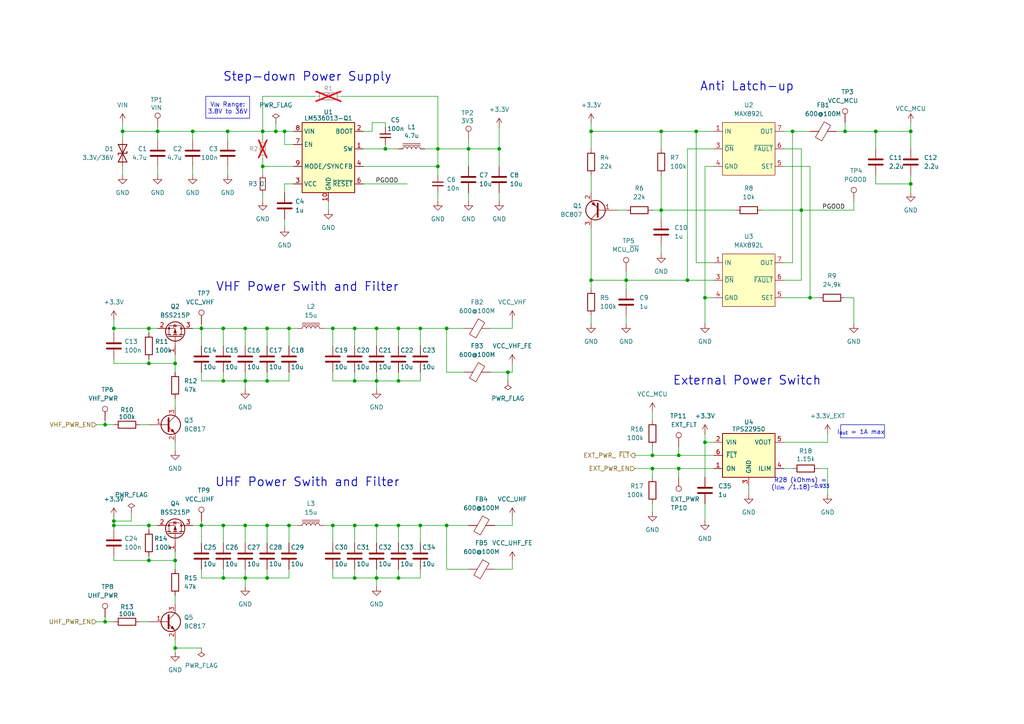
<source format=kicad_sch>
(kicad_sch (version 20250114) (generator "eeschema") (generator_version "9.0")
  (paper "A4")
  (title_block (title "Spino Com System - Power Supply") (date "2025-03-24") (rev "v2.1") (company "AMSAT-F/Electrolab - Y.Avelino/A.Meckenstock "))
  (rectangle (start 59.69 27.94) (end 72.39 34.29))
  (rectangle (start 243.84 123.19) (end 256.54 127))
  (text "I_{out} = 1A max" (at 249.682 125.476 0) (effects (font (size 1.27 1.27))))
  (text "V_{IN} Range:\n3.8V to 36V" (at 66.04 31.496 0) (effects (font (size 1.27 1.27))))
  (text "R28 (kOhms) =\n(I_{lim} /1.18)^{-0.933}" (at 232.156 140.462 0) (effects (font (size 1.27 1.27))))
  (text "External Power Switch" (at 216.662 110.49 0) (effects (font (size 2.54 2.54) (thickness 0.254) (bold yes))))
  (text "Anti Latch-up" (at 216.662 25.146 0) (effects (font (size 2.54 2.54) (thickness 0.254) (bold yes))))
  (text "Step-down Power Supply" (at 89.154 22.352 0) (effects (font (size 2.54 2.54) (thickness 0.254) (bold yes))))
  (text "VHF Power Swith and Filter\n" (at 89.154 83.312 0) (effects (font (size 2.54 2.54) (thickness 0.254) (bold yes))))
  (text "UHF Power Swith and Filter\n" (at 89.154 139.954 0) (effects (font (size 2.54 2.54) (thickness 0.254) (bold yes))))
  (junction (at 64.77 110.49))
  (junction (at 50.8 105.41))
  (junction (at 50.8 162.56))
  (junction (at 83.82 95.25))
  (junction (at 264.16 53.34))
  (junction (at 30.48 180.34))
  (junction (at 189.23 132.08))
  (junction (at 254 38.1))
  (junction (at 111.76 43.18))
  (junction (at 71.12 95.25))
  (junction (at 102.87 152.4))
  (junction (at 191.77 38.1))
  (junction (at 43.18 162.56))
  (junction (at 50.8 187.96))
  (junction (at 96.52 152.4))
  (junction (at 58.42 152.4))
  (junction (at 76.2 38.1))
  (junction (at 71.12 167.64))
  (junction (at 77.47 152.4))
  (junction (at 64.77 167.64))
  (junction (at 115.57 110.49))
  (junction (at 115.57 95.25))
  (junction (at 189.23 135.89))
  (junction (at 71.12 152.4))
  (junction (at 33.02 152.4))
  (junction (at 33.02 95.25))
  (junction (at 43.18 105.41))
  (junction (at 77.47 110.49))
  (junction (at 204.47 86.36))
  (junction (at 229.87 38.1))
  (junction (at 64.77 152.4))
  (junction (at 121.92 152.4))
  (junction (at 109.22 95.25))
  (junction (at 43.18 152.4))
  (junction (at 43.18 95.25))
  (junction (at 135.89 43.18))
  (junction (at 71.12 110.49))
  (junction (at 121.92 95.25))
  (junction (at 96.52 95.25))
  (junction (at 201.93 38.1))
  (junction (at 83.82 152.4))
  (junction (at 204.47 128.27))
  (junction (at 64.77 95.25))
  (junction (at 66.04 38.1))
  (junction (at 245.11 38.1))
  (junction (at 115.57 167.64))
  (junction (at 102.87 95.25))
  (junction (at 77.47 167.64))
  (junction (at 30.48 123.19))
  (junction (at 171.45 38.1))
  (junction (at 102.87 110.49))
  (junction (at 109.22 110.49))
  (junction (at 181.61 81.28))
  (junction (at 45.72 38.1))
  (junction (at 196.85 135.89))
  (junction (at 82.55 38.1))
  (junction (at 77.47 95.25))
  (junction (at 127 48.26))
  (junction (at 144.78 43.18))
  (junction (at 199.39 81.28))
  (junction (at 55.88 38.1))
  (junction (at 102.87 167.64))
  (junction (at 129.54 95.25))
  (junction (at 76.2 48.26))
  (junction (at 129.54 152.4))
  (junction (at 115.57 152.4))
  (junction (at 109.22 152.4))
  (junction (at 232.41 60.96))
  (junction (at 35.56 38.1))
  (junction (at 58.42 95.25))
  (junction (at 264.16 38.1))
  (junction (at 127 43.18))
  (junction (at 109.22 167.64))
  (junction (at 147.32 107.95))
  (junction (at 234.95 86.36))
  (junction (at 196.85 132.08))
  (junction (at 171.45 81.28))
  (junction (at 33.02 151.13))
  (junction (at 80.01 38.1))
  (junction (at 191.77 60.96))
  (wire (pts (xy 135.89 40.64) (xy 135.89 43.18)))
  (wire (pts (xy 55.88 48.26) (xy 55.88 50.8)))
  (wire (pts (xy 148.59 152.4) (xy 148.59 149.86)))
  (wire (pts (xy 247.65 93.98) (xy 247.65 86.36)))
  (wire (pts (xy 115.57 165.1) (xy 115.57 167.64)))
  (wire (pts (xy 95.25 58.42) (xy 95.25 60.96)))
  (wire (pts (xy 232.41 43.18) (xy 227.33 43.18)))
  (wire (pts (xy 105.41 53.34) (xy 118.11 53.34)))
  (wire (pts (xy 171.45 91.44) (xy 171.45 93.98)))
  (wire (pts (xy 232.41 60.96) (xy 232.41 43.18)))
  (wire (pts (xy 234.95 86.36) (xy 237.49 86.36)))
  (wire (pts (xy 50.8 185.42) (xy 50.8 187.96)))
  (wire (pts (xy 27.94 123.19) (xy 30.48 123.19)))
  (wire (pts (xy 71.12 110.49) (xy 77.47 110.49)))
  (wire (pts (xy 82.55 38.1) (xy 85.09 38.1)))
  (wire (pts (xy 147.32 107.95) (xy 148.59 107.95)))
  (wire (pts (xy 189.23 135.89) (xy 189.23 138.43)))
  (wire (pts (xy 64.77 152.4) (xy 71.12 152.4)))
  (wire (pts (xy 50.8 172.72) (xy 50.8 175.26)))
  (wire (pts (xy 64.77 165.1) (xy 64.77 167.64)))
  (wire (pts (xy 77.47 95.25) (xy 83.82 95.25)))
  (wire (pts (xy 102.87 152.4) (xy 109.22 152.4)))
  (wire (pts (xy 82.55 53.34) (xy 85.09 53.34)))
  (wire (pts (xy 129.54 152.4) (xy 135.89 152.4)))
  (wire (pts (xy 129.54 95.25) (xy 129.54 107.95)))
  (wire (pts (xy 58.42 93.98) (xy 58.42 95.25)))
  (wire (pts (xy 189.23 60.96) (xy 191.77 60.96)))
  (wire (pts (xy 109.22 107.95) (xy 109.22 110.49)))
  (wire (pts (xy 30.48 121.92) (xy 30.48 123.19)))
  (wire (pts (xy 35.56 38.1) (xy 35.56 40.64)))
  (wire (pts (xy 102.87 152.4) (xy 102.87 157.48)))
  (wire (pts (xy 102.87 167.64) (xy 109.22 167.64)))
  (wire (pts (xy 191.77 71.12) (xy 191.77 73.66)))
  (wire (pts (xy 179.07 60.96) (xy 181.61 60.96)))
  (wire (pts (xy 242.57 38.1) (xy 245.11 38.1)))
  (wire (pts (xy 80.01 35.56) (xy 80.01 38.1)))
  (wire (pts (xy 43.18 162.56) (xy 50.8 162.56)))
  (wire (pts (xy 71.12 157.48) (xy 71.12 152.4)))
  (wire (pts (xy 254 38.1) (xy 264.16 38.1)))
  (wire (pts (xy 234.95 48.26) (xy 234.95 86.36)))
  (wire (pts (xy 199.39 43.18) (xy 199.39 81.28)))
  (wire (pts (xy 181.61 83.82) (xy 181.61 81.28)))
  (wire (pts (xy 109.22 165.1) (xy 109.22 167.64)))
  (wire (pts (xy 35.56 35.56) (xy 35.56 38.1)))
  (wire (pts (xy 83.82 110.49) (xy 83.82 107.95)))
  (wire (pts (xy 127 48.26) (xy 127 50.8)))
  (wire (pts (xy 102.87 107.95) (xy 102.87 110.49)))
  (wire (pts (xy 234.95 86.36) (xy 227.33 86.36)))
  (wire (pts (xy 171.45 50.8) (xy 171.45 55.88)))
  (wire (pts (xy 96.52 95.25) (xy 102.87 95.25)))
  (wire (pts (xy 201.93 38.1) (xy 191.77 38.1)))
  (wire (pts (xy 240.03 135.89) (xy 237.49 135.89)))
  (wire (pts (xy 115.57 110.49) (xy 121.92 110.49)))
  (wire (pts (xy 33.02 152.4) (xy 33.02 153.67)))
  (wire (pts (xy 109.22 95.25) (xy 115.57 95.25)))
  (wire (pts (xy 196.85 135.89) (xy 207.01 135.89)))
  (wire (pts (xy 127 55.88) (xy 127 58.42)))
  (wire (pts (xy 77.47 165.1) (xy 77.47 167.64)))
  (wire (pts (xy 107.95 38.1) (xy 107.95 35.56)))
  (wire (pts (xy 45.72 40.64) (xy 45.72 38.1)))
  (wire (pts (xy 191.77 60.96) (xy 213.36 60.96)))
  (wire (pts (xy 115.57 167.64) (xy 121.92 167.64)))
  (wire (pts (xy 142.24 107.95) (xy 147.32 107.95)))
  (wire (pts (xy 71.12 165.1) (xy 71.12 167.64)))
  (wire (pts (xy 71.12 107.95) (xy 71.12 110.49)))
  (wire (pts (xy 93.98 95.25) (xy 96.52 95.25)))
  (wire (pts (xy 43.18 95.25) (xy 45.72 95.25)))
  (wire (pts (xy 55.88 38.1) (xy 55.88 40.64)))
  (wire (pts (xy 240.03 128.27) (xy 240.03 125.73)))
  (wire (pts (xy 148.59 165.1) (xy 148.59 162.56)))
  (wire (pts (xy 33.02 104.14) (xy 33.02 105.41)))
  (wire (pts (xy 207.01 76.2) (xy 201.93 76.2)))
  (wire (pts (xy 76.2 38.1) (xy 80.01 38.1)))
  (wire (pts (xy 85.09 41.91) (xy 82.55 41.91)))
  (wire (pts (xy 33.02 95.25) (xy 33.02 96.52)))
  (wire (pts (xy 43.18 95.25) (xy 43.18 96.52)))
  (wire (pts (xy 232.41 81.28) (xy 232.41 60.96)))
  (wire (pts (xy 227.33 76.2) (xy 229.87 76.2)))
  (wire (pts (xy 181.61 78.74) (xy 181.61 81.28)))
  (wire (pts (xy 229.87 38.1) (xy 229.87 76.2)))
  (wire (pts (xy 109.22 167.64) (xy 109.22 170.18)))
  (wire (pts (xy 121.92 100.33) (xy 121.92 95.25)))
  (wire (pts (xy 189.23 119.38) (xy 189.23 121.92)))
  (wire (pts (xy 121.92 167.64) (xy 121.92 165.1)))
  (wire (pts (xy 191.77 60.96) (xy 191.77 63.5)))
  (wire (pts (xy 191.77 38.1) (xy 191.77 43.18)))
  (wire (pts (xy 64.77 95.25) (xy 64.77 100.33)))
  (wire (pts (xy 27.94 180.34) (xy 30.48 180.34)))
  (wire (pts (xy 83.82 167.64) (xy 83.82 165.1)))
  (wire (pts (xy 30.48 123.19) (xy 33.02 123.19)))
  (wire (pts (xy 33.02 92.71) (xy 33.02 95.25)))
  (wire (pts (xy 227.33 128.27) (xy 240.03 128.27)))
  (wire (pts (xy 35.56 38.1) (xy 45.72 38.1)))
  (wire (pts (xy 189.23 132.08) (xy 196.85 132.08)))
  (wire (pts (xy 102.87 95.25) (xy 109.22 95.25)))
  (wire (pts (xy 43.18 105.41) (xy 50.8 105.41)))
  (wire (pts (xy 50.8 162.56) (xy 50.8 165.1)))
  (wire (pts (xy 207.01 48.26) (xy 204.47 48.26)))
  (wire (pts (xy 184.15 135.89) (xy 189.23 135.89)))
  (wire (pts (xy 207.01 43.18) (xy 199.39 43.18)))
  (wire (pts (xy 148.59 95.25) (xy 148.59 92.71)))
  (wire (pts (xy 102.87 165.1) (xy 102.87 167.64)))
  (wire (pts (xy 77.47 152.4) (xy 77.47 157.48)))
  (wire (pts (xy 121.92 152.4) (xy 129.54 152.4)))
  (wire (pts (xy 83.82 152.4) (xy 86.36 152.4)))
  (wire (pts (xy 143.51 165.1) (xy 148.59 165.1)))
  (wire (pts (xy 45.72 36.83) (xy 45.72 38.1)))
  (wire (pts (xy 64.77 167.64) (xy 71.12 167.64)))
  (wire (pts (xy 144.78 48.26) (xy 144.78 43.18)))
  (wire (pts (xy 96.52 107.95) (xy 96.52 110.49)))
  (wire (pts (xy 40.64 123.19) (xy 43.18 123.19)))
  (wire (pts (xy 58.42 151.13) (xy 58.42 152.4)))
  (wire (pts (xy 105.41 48.26) (xy 127 48.26)))
  (wire (pts (xy 142.24 95.25) (xy 148.59 95.25)))
  (wire (pts (xy 247.65 86.36) (xy 245.11 86.36)))
  (wire (pts (xy 111.76 43.18) (xy 115.57 43.18)))
  (wire (pts (xy 199.39 81.28) (xy 181.61 81.28)))
  (wire (pts (xy 135.89 55.88) (xy 135.89 58.42)))
  (wire (pts (xy 229.87 38.1) (xy 234.95 38.1)))
  (wire (pts (xy 58.42 152.4) (xy 58.42 157.48)))
  (wire (pts (xy 96.52 152.4) (xy 96.52 157.48)))
  (wire (pts (xy 189.23 135.89) (xy 196.85 135.89)))
  (wire (pts (xy 171.45 38.1) (xy 171.45 43.18)))
  (wire (pts (xy 127 27.94) (xy 127 43.18)))
  (wire (pts (xy 111.76 43.18) (xy 111.76 41.91)))
  (wire (pts (xy 77.47 107.95) (xy 77.47 110.49)))
  (wire (pts (xy 83.82 95.25) (xy 86.36 95.25)))
  (wire (pts (xy 58.42 95.25) (xy 64.77 95.25)))
  (wire (pts (xy 102.87 110.49) (xy 109.22 110.49)))
  (wire (pts (xy 58.42 167.64) (xy 64.77 167.64)))
  (wire (pts (xy 33.02 95.25) (xy 43.18 95.25)))
  (wire (pts (xy 82.55 55.88) (xy 82.55 53.34)))
  (wire (pts (xy 264.16 50.8) (xy 264.16 53.34)))
  (wire (pts (xy 30.48 180.34) (xy 33.02 180.34)))
  (wire (pts (xy 76.2 38.1) (xy 66.04 38.1)))
  (wire (pts (xy 33.02 152.4) (xy 43.18 152.4)))
  (wire (pts (xy 71.12 100.33) (xy 71.12 95.25)))
  (wire (pts (xy 58.42 107.95) (xy 58.42 110.49)))
  (wire (pts (xy 109.22 152.4) (xy 115.57 152.4)))
  (wire (pts (xy 83.82 157.48) (xy 83.82 152.4)))
  (wire (pts (xy 76.2 27.94) (xy 91.44 27.94)))
  (wire (pts (xy 115.57 95.25) (xy 121.92 95.25)))
  (wire (pts (xy 196.85 132.08) (xy 196.85 129.54)))
  (wire (pts (xy 55.88 95.25) (xy 58.42 95.25)))
  (wire (pts (xy 181.61 81.28) (xy 171.45 81.28)))
  (wire (pts (xy 66.04 38.1) (xy 66.04 40.64)))
  (wire (pts (xy 58.42 95.25) (xy 58.42 100.33)))
  (wire (pts (xy 199.39 81.28) (xy 207.01 81.28)))
  (wire (pts (xy 43.18 104.14) (xy 43.18 105.41)))
  (wire (pts (xy 127 43.18) (xy 135.89 43.18)))
  (wire (pts (xy 107.95 35.56) (xy 111.76 35.56)))
  (wire (pts (xy 115.57 95.25) (xy 115.57 100.33)))
  (wire (pts (xy 71.12 152.4) (xy 77.47 152.4)))
  (wire (pts (xy 204.47 48.26) (xy 204.47 86.36)))
  (wire (pts (xy 264.16 53.34) (xy 264.16 55.88)))
  (wire (pts (xy 254 38.1) (xy 254 43.18)))
  (wire (pts (xy 96.52 110.49) (xy 102.87 110.49)))
  (wire (pts (xy 64.77 107.95) (xy 64.77 110.49)))
  (wire (pts (xy 109.22 110.49) (xy 109.22 113.03)))
  (wire (pts (xy 58.42 165.1) (xy 58.42 167.64)))
  (wire (pts (xy 64.77 95.25) (xy 71.12 95.25)))
  (wire (pts (xy 71.12 167.64) (xy 71.12 170.18)))
  (wire (pts (xy 189.23 129.54) (xy 189.23 132.08)))
  (wire (pts (xy 123.19 43.18) (xy 127 43.18)))
  (wire (pts (xy 191.77 50.8) (xy 191.77 60.96)))
  (wire (pts (xy 71.12 95.25) (xy 77.47 95.25)))
  (wire (pts (xy 33.02 105.41) (xy 43.18 105.41)))
  (wire (pts (xy 30.48 179.07) (xy 30.48 180.34)))
  (wire (pts (xy 96.52 165.1) (xy 96.52 167.64)))
  (wire (pts (xy 227.33 135.89) (xy 229.87 135.89)))
  (wire (pts (xy 204.47 86.36) (xy 204.47 93.98)))
  (wire (pts (xy 127 48.26) (xy 127 43.18)))
  (wire (pts (xy 207.01 128.27) (xy 204.47 128.27)))
  (wire (pts (xy 43.18 152.4) (xy 45.72 152.4)))
  (wire (pts (xy 99.06 27.94) (xy 127 27.94)))
  (wire (pts (xy 64.77 110.49) (xy 71.12 110.49)))
  (wire (pts (xy 38.1 151.13) (xy 33.02 151.13)))
  (wire (pts (xy 102.87 95.25) (xy 102.87 100.33)))
  (wire (pts (xy 76.2 38.1) (xy 76.2 40.64)))
  (wire (pts (xy 204.47 128.27) (xy 204.47 138.43)))
  (wire (pts (xy 171.45 81.28) (xy 171.45 83.82)))
  (wire (pts (xy 264.16 38.1) (xy 264.16 35.56)))
  (wire (pts (xy 43.18 161.29) (xy 43.18 162.56)))
  (wire (pts (xy 245.11 35.56) (xy 245.11 38.1)))
  (wire (pts (xy 201.93 76.2) (xy 201.93 38.1)))
  (wire (pts (xy 115.57 152.4) (xy 121.92 152.4)))
  (wire (pts (xy 109.22 157.48) (xy 109.22 152.4)))
  (wire (pts (xy 111.76 35.56) (xy 111.76 36.83)))
  (wire (pts (xy 144.78 55.88) (xy 144.78 58.42)))
  (wire (pts (xy 227.33 38.1) (xy 229.87 38.1)))
  (wire (pts (xy 40.64 180.34) (xy 43.18 180.34)))
  (wire (pts (xy 76.2 48.26) (xy 85.09 48.26)))
  (wire (pts (xy 55.88 38.1) (xy 66.04 38.1)))
  (wire (pts (xy 50.8 187.96) (xy 58.42 187.96)))
  (wire (pts (xy 227.33 81.28) (xy 232.41 81.28)))
  (wire (pts (xy 50.8 102.87) (xy 50.8 105.41)))
  (wire (pts (xy 109.22 100.33) (xy 109.22 95.25)))
  (wire (pts (xy 184.15 132.08) (xy 189.23 132.08)))
  (wire (pts (xy 50.8 187.96) (xy 50.8 189.23)))
  (wire (pts (xy 196.85 132.08) (xy 207.01 132.08)))
  (wire (pts (xy 45.72 48.26) (xy 45.72 50.8)))
  (wire (pts (xy 189.23 146.05) (xy 189.23 148.59)))
  (wire (pts (xy 76.2 48.26) (xy 76.2 45.72)))
  (wire (pts (xy 109.22 167.64) (xy 115.57 167.64)))
  (wire (pts (xy 50.8 105.41) (xy 50.8 107.95)))
  (wire (pts (xy 80.01 38.1) (xy 82.55 38.1)))
  (wire (pts (xy 96.52 167.64) (xy 102.87 167.64)))
  (wire (pts (xy 181.61 91.44) (xy 181.61 93.98)))
  (wire (pts (xy 76.2 55.88) (xy 76.2 58.42)))
  (wire (pts (xy 33.02 151.13) (xy 33.02 152.4)))
  (wire (pts (xy 148.59 107.95) (xy 148.59 105.41)))
  (wire (pts (xy 83.82 100.33) (xy 83.82 95.25)))
  (wire (pts (xy 232.41 60.96) (xy 247.65 60.96)))
  (wire (pts (xy 129.54 152.4) (xy 129.54 165.1)))
  (wire (pts (xy 191.77 38.1) (xy 171.45 38.1)))
  (wire (pts (xy 33.02 162.56) (xy 43.18 162.56)))
  (wire (pts (xy 82.55 63.5) (xy 82.55 66.04)))
  (wire (pts (xy 135.89 43.18) (xy 144.78 43.18)))
  (wire (pts (xy 96.52 95.25) (xy 96.52 100.33)))
  (wire (pts (xy 245.11 38.1) (xy 254 38.1)))
  (wire (pts (xy 143.51 152.4) (xy 148.59 152.4)))
  (wire (pts (xy 115.57 152.4) (xy 115.57 157.48)))
  (wire (pts (xy 144.78 36.83) (xy 144.78 43.18)))
  (wire (pts (xy 43.18 152.4) (xy 43.18 153.67)))
  (wire (pts (xy 96.52 152.4) (xy 102.87 152.4)))
  (wire (pts (xy 50.8 160.02) (xy 50.8 162.56)))
  (wire (pts (xy 33.02 149.86) (xy 33.02 151.13)))
  (wire (pts (xy 171.45 66.04) (xy 171.45 81.28)))
  (wire (pts (xy 204.47 86.36) (xy 207.01 86.36)))
  (wire (pts (xy 50.8 128.27) (xy 50.8 130.81)))
  (wire (pts (xy 204.47 146.05) (xy 204.47 151.13)))
  (wire (pts (xy 77.47 110.49) (xy 83.82 110.49)))
  (wire (pts (xy 204.47 128.27) (xy 204.47 125.73)))
  (wire (pts (xy 105.41 38.1) (xy 107.95 38.1)))
  (wire (pts (xy 121.92 157.48) (xy 121.92 152.4)))
  (wire (pts (xy 135.89 43.18) (xy 135.89 48.26)))
  (wire (pts (xy 76.2 48.26) (xy 76.2 50.8)))
  (wire (pts (xy 109.22 110.49) (xy 115.57 110.49)))
  (wire (pts (xy 121.92 110.49) (xy 121.92 107.95)))
  (wire (pts (xy 105.41 43.18) (xy 111.76 43.18)))
  (wire (pts (xy 64.77 152.4) (xy 64.77 157.48)))
  (wire (pts (xy 196.85 135.89) (xy 196.85 138.43)))
  (wire (pts (xy 264.16 38.1) (xy 264.16 43.18)))
  (wire (pts (xy 66.04 48.26) (xy 66.04 50.8)))
  (wire (pts (xy 115.57 107.95) (xy 115.57 110.49)))
  (wire (pts (xy 129.54 95.25) (xy 134.62 95.25)))
  (wire (pts (xy 33.02 161.29) (xy 33.02 162.56)))
  (wire (pts (xy 77.47 167.64) (xy 83.82 167.64)))
  (wire (pts (xy 227.33 48.26) (xy 234.95 48.26)))
  (wire (pts (xy 121.92 95.25) (xy 129.54 95.25)))
  (wire (pts (xy 58.42 110.49) (xy 64.77 110.49)))
  (wire (pts (xy 35.56 48.26) (xy 35.56 50.8)))
  (wire (pts (xy 50.8 115.57) (xy 50.8 118.11)))
  (wire (pts (xy 240.03 143.51) (xy 240.03 135.89)))
  (wire (pts (xy 220.98 60.96) (xy 232.41 60.96)))
  (wire (pts (xy 147.32 107.95) (xy 147.32 110.49)))
  (wire (pts (xy 77.47 95.25) (xy 77.47 100.33)))
  (wire (pts (xy 58.42 152.4) (xy 64.77 152.4)))
  (wire (pts (xy 71.12 167.64) (xy 77.47 167.64)))
  (wire (pts (xy 201.93 38.1) (xy 207.01 38.1)))
  (wire (pts (xy 55.88 152.4) (xy 58.42 152.4)))
  (wire (pts (xy 129.54 165.1) (xy 135.89 165.1)))
  (wire (pts (xy 93.98 152.4) (xy 96.52 152.4)))
  (wire (pts (xy 71.12 110.49) (xy 71.12 113.03)))
  (wire (pts (xy 82.55 41.91) (xy 82.55 38.1)))
  (wire (pts (xy 129.54 107.95) (xy 134.62 107.95)))
  (wire (pts (xy 254 53.34) (xy 264.16 53.34)))
  (wire (pts (xy 76.2 27.94) (xy 76.2 38.1)))
  (wire (pts (xy 254 50.8) (xy 254 53.34)))
  (wire (pts (xy 77.47 152.4) (xy 83.82 152.4)))
  (wire (pts (xy 247.65 58.42) (xy 247.65 60.96)))
  (wire (pts (xy 45.72 38.1) (xy 55.88 38.1)))
  (wire (pts (xy 217.17 140.97) (xy 217.17 143.51)))
  (wire (pts (xy 38.1 148.59) (xy 38.1 151.13)))
  (wire (pts (xy 171.45 35.56) (xy 171.45 38.1)))
  (label "PGOOD" (at 115.57 53.34 180))
  (label "PGOOD" (at 245.11 60.96 180))
  (hierarchical_label "UHF_PWR_EN" (shape input) (at 27.94 180.34 180))
  (hierarchical_label "VHF_PWR_EN" (shape input) (at 27.94 123.19 180))
  (hierarchical_label "EXT_PWR_ ~{FLT}" (shape output) (at 184.15 132.08 180))
  (hierarchical_label "EXT_PWR_EN" (shape input) (at 184.15 135.89 180))
  (symbol (lib_id "Device:FerriteBead") (at 138.43 95.25 90) (unit 1)
    (property "Reference" "FB2" (at 138.3792 87.63 90))
    (property "Value" "600@100M" (at 138.3792 90.17 90))
    (property "Footprint" "Inductor_SMD:L_0603_1608Metric" (effects (hide yes)))
    (property "Description" "Ferrite bead" (effects (hide yes)))
    (property "SKU" "742792651" (effects (hide yes)))
    (property "Vendor" "Würth" (effects (hide yes)))
  )
  (symbol (lib_id "Device:C") (at 102.87 104.14 0) (unit 1)
    (property "Reference" "C20" (at 103.378 101.6 0) (effects (justify left)))
    (property "Value" "10u" (at 103.378 106.426 0) (effects (justify left)))
    (property "Footprint" "Capacitor_SMD:C_0805_2012Metric" (effects (hide yes)))
    (property "Description" "Unpolarized capacitor" (effects (hide yes)))
    (property "Tension" "10V" (effects (hide yes)))
    (property "SKU" "GCM21BR71A106KE22K" (effects (hide yes)))
    (property "Temp Coeff" "X7R" (effects (hide yes)))
    (property "Tolerance" "10%" (effects (hide yes)))
    (property "Vendor" "Murata" (effects (hide yes)))
  )
  (symbol (lib_id "power:GND") (at 240.03 143.51 0) (unit 1)
    (property "Reference" "#PWR0152" (effects (hide yes)))
    (property "Value" "GND" (at 240.03 148.59 0))
    (property "Description" "Power symbol creates a global label with name \"GND\" , ground" (effects (hide yes)))
  )
  (symbol (lib_id "Device:R") (at 185.42 60.96 90) (unit 1)
    (property "Reference" "R6" (at 185.42 54.61 90))
    (property "Value" "22k" (at 185.42 57.15 90))
    (property "Footprint" "Resistor_SMD:R_0402_1005Metric" (effects (hide yes)))
    (property "Description" "Resistor" (effects (hide yes)))
    (property "Tolerance" "1%" (effects (hide yes)))
    (property "SKU" "CRCW040222K0FKED" (effects (hide yes)))
    (property "Vendor" "Vishay" (effects (hide yes)))
  )
  (symbol (lib_id "Device:R_Small") (at 76.2 43.18 0) (mirror x) (unit 1) (dnp yes)
    (property "Reference" "R2" (at 74.93 43.18 0) (effects (justify right)))
    (property "Value" "0" (at 76.708 43.18 0) (effects (justify right)))
    (property "Footprint" "Resistor_SMD:R_0402_1005Metric" (effects (hide yes)))
    (property "Description" "Resistor, small symbol" (effects (hide yes)))
    (property "SKU" "CRCW04020000Z0ED" (effects (hide yes)))
    (property "Vendor" "Vishay" (effects (hide yes)))
  )
  (symbol (lib_id "power:+3.3V") (at 171.45 35.56 0) (unit 1)
    (property "Reference" "#PWR0144" (effects (hide yes)))
    (property "Value" "+3.3V" (at 171.45 30.48 0))
    (property "Description" "Power symbol creates a global label with name \"+3.3V\"" (effects (hide yes)))
  )
  (symbol (lib_id "Regulator_Switching_spino_cs:LM5360xx") (at 95.25 45.72 0) (unit 1)
    (property "Reference" "U1" (at 95.25 32.512 0))
    (property "Value" "LM536013-Q1" (at 95.25 34.29 0))
    (property "Footprint" "Package_SON:Texas_S-PVSON-N10" (effects (hide yes)))
    (property "Datasheet" "https://www.ti.com/lit/ds/symlink/lm53600-q1.pdf" (effects (hide yes)))
    (property "Description" "0.65-A/1-A, 36-V Synchronous, 2.1-MHz Automotive Step-Down DC/DC Converter, WSON10 Package" (effects (hide yes)))
    (property "SKU" "LM536013QDSXRQ1" (effects (hide yes)))
    (property "Vendor" "TI" (effects (hide yes)))
  )
  (symbol (lib_id "Device:FerriteBead") (at 138.43 107.95 90) (unit 1)
    (property "Reference" "FB3" (at 138.3792 100.33 90))
    (property "Value" "600@100M" (at 138.3792 102.87 90))
    (property "Footprint" "Inductor_SMD:L_0603_1608Metric" (effects (hide yes)))
    (property "Description" "Ferrite bead" (effects (hide yes)))
    (property "SKU" "742792651" (effects (hide yes)))
    (property "Vendor" "Würth" (effects (hide yes)))
  )
  (symbol (lib_id "power_spino_cs:VCC_UHF") (at 148.59 149.86 0) (unit 1)
    (property "Reference" "#PWR012" (effects (hide yes)))
    (property "Value" "VCC_UHF" (at 148.59 144.78 0))
    (property "Description" "Power symbol creates a global label with name \"VCC_UHF\"" (effects (hide yes)))
  )
  (symbol (lib_id "Device:R") (at 233.68 135.89 90) (unit 1)
    (property "Reference" "R18" (at 233.68 130.81 90))
    (property "Value" "1.15k" (at 233.68 133.096 90))
    (property "Footprint" "Resistor_SMD:R_0402_1005Metric" (effects (hide yes)))
    (property "Description" "Resistor" (effects (hide yes)))
    (property "Tolerance" "1%" (effects (hide yes)))
    (property "SKU" "CRCW04021K15FKED " (effects (hide yes)))
    (property "Vendor" "Vishay" (effects (hide yes)))
  )
  (symbol (lib_id "power:GND") (at 204.47 151.13 0) (unit 1)
    (property "Reference" "#PWR0164" (effects (hide yes)))
    (property "Value" "GND" (at 204.47 156.21 0))
    (property "Description" "Power symbol creates a global label with name \"GND\" , ground" (effects (hide yes)))
  )
  (symbol (lib_id "Device:FerriteBead") (at 238.76 38.1 90) (unit 1)
    (property "Reference" "FB1" (at 238.7092 30.48 90))
    (property "Value" "600@100M" (at 238.7092 33.02 90))
    (property "Footprint" "Inductor_SMD:L_0603_1608Metric" (effects (hide yes)))
    (property "Description" "Ferrite bead" (effects (hide yes)))
    (property "SKU" "742792651" (effects (hide yes)))
    (property "Vendor" "Würth" (effects (hide yes)))
  )
  (symbol (lib_id "power:GND") (at 95.25 60.96 0) (unit 1)
    (property "Reference" "#PWR0138" (effects (hide yes)))
    (property "Value" "GND" (at 95.25 66.04 0))
    (property "Description" "Power symbol creates a global label with name \"GND\" , ground" (effects (hide yes)))
  )
  (symbol (lib_id "Power_Management_user:MAX891L") (at 217.17 81.28 0) (unit 1)
    (property "Reference" "U3" (at 217.17 68.58 0))
    (property "Value" "MAX892L" (at 217.17 71.12 0))
    (property "Footprint" "Package_SO:MSOP-8_3x3mm_P0.65mm" (effects (hide yes)))
    (property "Datasheet" "https://www.analog.com/media/en/technical-documentation/data-sheets/MAX891L-MAX892L.pdf" (effects (hide yes)))
    (property "Description" "Current-Limited, High-Side P-Channel Switches with Thermal Shutdown" (effects (hide yes)))
    (property "SKU" "MAX892LEUA+T" (effects (hide yes)))
    (property "Vendor" "Analog" (effects (hide yes)))
  )
  (symbol (lib_id "Device:C") (at 109.22 161.29 0) (unit 1)
    (property "Reference" "C32" (at 109.728 158.75 0) (effects (justify left)))
    (property "Value" "10u" (at 109.728 163.576 0) (effects (justify left)))
    (property "Footprint" "Capacitor_SMD:C_0805_2012Metric" (effects (hide yes)))
    (property "Description" "Unpolarized capacitor" (effects (hide yes)))
    (property "Tension" "10V" (effects (hide yes)))
    (property "SKU" "GCM21BR71A106KE22K" (effects (hide yes)))
    (property "Temp Coeff" "X7R" (effects (hide yes)))
    (property "Tolerance" "10%" (effects (hide yes)))
    (property "Vendor" "Murata" (effects (hide yes)))
  )
  (symbol (lib_id "Device:C") (at 58.42 161.29 0) (unit 1)
    (property "Reference" "C25" (at 58.928 158.75 0) (effects (justify left)))
    (property "Value" "10u" (at 58.928 163.576 0) (effects (justify left)))
    (property "Footprint" "Capacitor_SMD:C_0805_2012Metric" (effects (hide yes)))
    (property "Description" "Unpolarized capacitor" (effects (hide yes)))
    (property "Tension" "10V" (effects (hide yes)))
    (property "SKU" "GCM21BR71A106KE22K" (effects (hide yes)))
    (property "Temp Coeff" "X7R" (effects (hide yes)))
    (property "Tolerance" "10%" (effects (hide yes)))
    (property "Vendor" "Murata" (effects (hide yes)))
  )
  (symbol (lib_id "power:GND") (at 181.61 93.98 0) (unit 1)
    (property "Reference" "#PWR06" (effects (hide yes)))
    (property "Value" "GND" (at 181.61 99.06 0))
    (property "Description" "Power symbol creates a global label with name \"GND\" , ground" (effects (hide yes)))
  )
  (symbol (lib_id "power:GND") (at 135.89 58.42 0) (unit 1)
    (property "Reference" "#PWR0137" (effects (hide yes)))
    (property "Value" "GND" (at 135.89 63.5 0))
    (property "Description" "Power symbol creates a global label with name \"GND\" , ground" (effects (hide yes)))
  )
  (symbol (lib_id "Connector:TestPoint") (at 58.42 151.13 0) (unit 1) (in_bom no)
    (property "Reference" "TP9" (at 60.96 142.24 0) (effects (justify right)))
    (property "Value" "VCC_UHF" (at 62.23 144.78 0) (effects (justify right)))
    (property "Footprint" "TestPoint:TestPoint_Pad_D1.0mm" (effects (hide yes)))
    (property "Description" "test point" (effects (hide yes)))
  )
  (symbol (lib_id "Device:C") (at 254 46.99 0) (unit 1)
    (property "Reference" "C11" (at 257.81 45.7199 0) (effects (justify left)))
    (property "Value" "2.2u" (at 257.81 48.2599 0) (effects (justify left)))
    (property "Footprint" "Capacitor_SMD:C_0603_1608Metric" (effects (hide yes)))
    (property "Description" "Unpolarized capacitor" (effects (hide yes)))
    (property "SKU" "GCM188R70J225KE22D" (effects (hide yes)))
    (property "Temp Coeff" "X7R" (effects (hide yes)))
    (property "Tolerance" "10%" (effects (hide yes)))
    (property "Vendor" "Murata" (effects (hide yes)))
  )
  (symbol (lib_id "power:PWR_FLAG") (at 147.32 110.49 180) (unit 1)
    (property "Reference" "#FLG03" (effects (hide yes)))
    (property "Value" "PWR_FLAG" (at 147.32 115.57 0))
    (property "Description" "Special symbol for telling ERC where power comes from" (effects (hide yes)))
  )
  (symbol (lib_id "Connector:TestPoint") (at 196.85 129.54 0) (mirror y) (unit 1) (in_bom no)
    (property "Reference" "TP11" (at 194.31 120.65 0) (effects (justify right)))
    (property "Value" "EXT_FLT" (at 194.564 123.19 0) (effects (justify right)))
    (property "Footprint" "TestPoint:TestPoint_Pad_D1.0mm" (effects (hide yes)))
    (property "Description" "test point" (effects (hide yes)))
  )
  (symbol (lib_id "Device:C") (at 144.78 52.07 0) (unit 1)
    (property "Reference" "C8" (at 147.828 50.8 0) (effects (justify left)))
    (property "Value" "10u" (at 147.828 53.34 0) (effects (justify left)))
    (property "Footprint" "Capacitor_SMD:C_0805_2012Metric" (effects (hide yes)))
    (property "Description" "Unpolarized capacitor" (effects (hide yes)))
    (property "Tension" "10V" (effects (hide yes)))
    (property "SKU" "GCM21BR71A106KE22K" (effects (hide yes)))
    (property "Temp Coeff" "X7R" (effects (hide yes)))
    (property "Tolerance" "10%" (effects (hide yes)))
    (property "Vendor" "Murata" (effects (hide yes)))
  )
  (symbol (lib_id "Device:R") (at 50.8 111.76 180) (unit 1)
    (property "Reference" "R12" (at 53.34 110.4899 0) (effects (justify right)))
    (property "Value" "47k" (at 53.34 113.0299 0) (effects (justify right)))
    (property "Footprint" "Resistor_SMD:R_0402_1005Metric" (effects (hide yes)))
    (property "Description" "Resistor" (effects (hide yes)))
    (property "Tolerance" "1%" (effects (hide yes)))
    (property "SKU" "CRCW040247K0FKED" (effects (hide yes)))
    (property "Vendor" "Vishay" (effects (hide yes)))
  )
  (symbol (lib_id "Device:C") (at 82.55 59.69 0) (unit 1)
    (property "Reference" "C4" (at 85.598 58.42 0) (effects (justify left)))
    (property "Value" "1u" (at 85.598 60.96 0) (effects (justify left)))
    (property "Footprint" "Capacitor_SMD:C_0402_1005Metric" (effects (hide yes)))
    (property "Description" "Unpolarized capacitor" (effects (hide yes)))
    (property "SKU" "GCM155C71A105KE38D" (effects (hide yes)))
    (property "Vendor" "Murata" (effects (hide yes)))
    (property "Temp Coeff" "X7S" (effects (hide yes)))
  )
  (symbol (lib_id "Device:C") (at 121.92 161.29 0) (unit 1)
    (property "Reference" "C34" (at 122.428 158.75 0) (effects (justify left)))
    (property "Value" "10u" (at 122.428 163.576 0) (effects (justify left)))
    (property "Footprint" "Capacitor_SMD:C_0805_2012Metric" (effects (hide yes)))
    (property "Description" "Unpolarized capacitor" (effects (hide yes)))
    (property "Tension" "10V" (effects (hide yes)))
    (property "SKU" "GCM21BR71A106KE22K" (effects (hide yes)))
    (property "Temp Coeff" "X7R" (effects (hide yes)))
    (property "Tolerance" "10%" (effects (hide yes)))
    (property "Vendor" "Murata" (effects (hide yes)))
  )
  (symbol (lib_id "power:GND") (at 264.16 55.88 0) (unit 1)
    (property "Reference" "#PWR016" (effects (hide yes)))
    (property "Value" "GND" (at 264.16 60.96 0))
    (property "Description" "Power symbol creates a global label with name \"GND\" , ground" (effects (hide yes)))
  )
  (symbol (lib_id "Device:R") (at 171.45 87.63 0) (unit 1)
    (property "Reference" "R5" (at 173.99 86.36 0) (effects (justify left)))
    (property "Value" "100k" (at 173.99 88.9 0) (effects (justify left)))
    (property "Footprint" "Resistor_SMD:R_0402_1005Metric" (effects (hide yes)))
    (property "Description" "Resistor" (effects (hide yes)))
    (property "Tolerance" "1%" (effects (hide yes)))
    (property "SKU" "CRCW0402100KFKED" (effects (hide yes)))
    (property "Vendor" "Vishay" (effects (hide yes)))
  )
  (symbol (lib_id "Device:C") (at 96.52 104.14 0) (unit 1)
    (property "Reference" "C19" (at 97.028 101.6 0) (effects (justify left)))
    (property "Value" "10u" (at 97.028 106.426 0) (effects (justify left)))
    (property "Footprint" "Capacitor_SMD:C_0805_2012Metric" (effects (hide yes)))
    (property "Description" "Unpolarized capacitor" (effects (hide yes)))
    (property "Tension" "10V" (effects (hide yes)))
    (property "SKU" "GCM21BR71A106KE22K" (effects (hide yes)))
    (property "Temp Coeff" "X7R" (effects (hide yes)))
    (property "Tolerance" "10%" (effects (hide yes)))
    (property "Vendor" "Murata" (effects (hide yes)))
  )
  (symbol (lib_id "power:GND") (at 171.45 93.98 0) (unit 1)
    (property "Reference" "#PWR05" (effects (hide yes)))
    (property "Value" "GND" (at 171.45 99.06 0))
    (property "Description" "Power symbol creates a global label with name \"GND\" , ground" (effects (hide yes)))
  )
  (symbol (lib_id "Device:C_Small") (at 127 53.34 0) (unit 1)
    (property "Reference" "C6" (at 129.54 52.0763 0) (effects (justify left)))
    (property "Value" "10n" (at 129.54 54.6163 0) (effects (justify left)))
    (property "Footprint" "Capacitor_SMD:C_0402_1005Metric" (effects (hide yes)))
    (property "Description" "Unpolarized capacitor, small symbol" (effects (hide yes)))
    (property "SKU" "GCM155R71E103KA37D" (effects (hide yes)))
    (property "Temp Coeff" "X7R" (effects (hide yes)))
    (property "Vendor" "Murata" (effects (hide yes)))
  )
  (symbol (lib_id "Device:R") (at 43.18 157.48 0) (mirror y) (unit 1)
    (property "Reference" "R14" (at 44.704 156.21 0) (effects (justify right)))
    (property "Value" "100k" (at 44.958 158.75 0) (effects (justify right)))
    (property "Footprint" "Resistor_SMD:R_0402_1005Metric" (effects (hide yes)))
    (property "Description" "Resistor" (effects (hide yes)))
    (property "Tolerance" "1%" (effects (hide yes)))
    (property "SKU" "CRCW0402100KFKED" (effects (hide yes)))
    (property "Vendor" "Vishay" (effects (hide yes)))
    (instances (project "Spino CS" (path "" (reference "R14") (unit 1))) (project "2310-002 - PAVHF80 - 1C" (path "" (reference "R12") (unit 1)) (path "" (reference "R13") (unit 1))))
  )
  (symbol (lib_id "power:GND") (at 66.04 50.8 0) (unit 1)
    (property "Reference" "#PWR0134" (effects (hide yes)))
    (property "Value" "GND" (at 66.04 55.88 0))
    (property "Description" "Power symbol creates a global label with name \"GND\" , ground" (effects (hide yes)))
  )
  (symbol (lib_id "Connector:TestPoint") (at 181.61 78.74 0) (unit 1) (in_bom no)
    (property "Reference" "TP5" (at 184.15 69.85 0) (effects (justify right)))
    (property "Value" "MCU_~{ON}" (at 185.42 72.39 0) (effects (justify right)))
    (property "Footprint" "TestPoint:TestPoint_Pad_D1.0mm" (effects (hide yes)))
    (property "Description" "test point" (effects (hide yes)))
  )
  (symbol (lib_id "Device:C") (at 191.77 67.31 0) (unit 1)
    (property "Reference" "C10" (at 195.58 66.0399 0) (effects (justify left)))
    (property "Value" "1u" (at 195.58 68.5799 0) (effects (justify left)))
    (property "Footprint" "Capacitor_SMD:C_0603_1608Metric" (effects (hide yes)))
    (property "Description" "Unpolarized capacitor" (effects (hide yes)))
    (property "SKU" "GCM188R71C105KA64D" (effects (hide yes)))
    (property "Temp Coeff" "X7R" (effects (hide yes)))
    (property "Tolerance" "10%" (effects (hide yes)))
    (property "Vendor" "Murata" (effects (hide yes)))
  )
  (symbol (lib_id "power:PWR_FLAG") (at 38.1 148.59 0) (unit 1)
    (property "Reference" "#FLG02" (effects (hide yes)))
    (property "Value" "PWR_FLAG" (at 38.1 143.51 0))
    (property "Description" "Special symbol for telling ERC where power comes from" (effects (hide yes)))
  )
  (symbol (lib_id "Device:C") (at 66.04 44.45 0) (mirror y) (unit 1)
    (property "Reference" "C3" (at 63.246 43.18 0) (effects (justify left)))
    (property "Value" "100n" (at 63.246 45.72 0) (effects (justify left)))
    (property "Footprint" "Capacitor_SMD:C_0603_1608Metric" (effects (hide yes)))
    (property "Description" "Unpolarized capacitor" (effects (hide yes)))
    (property "Tension" "50V" (effects (hide yes)))
    (property "SKU" "GCM188R71H104JA57D" (effects (hide yes)))
    (property "Temp Coeff" "X7R" (effects (hide yes)))
    (property "Vendor" "Murata" (effects (hide yes)))
  )
  (symbol (lib_id "Device:D_TVS") (at 35.56 44.45 90) (mirror x) (unit 1)
    (property "Reference" "D1" (at 33.02 43.18 90) (effects (justify left)))
    (property "Value" "3.3V/36V" (at 33.02 45.72 90) (effects (justify left)))
    (property "Footprint" "Diode_SMD:D_SOD-123F" (effects (hide yes)))
    (property "Description" "Bidirectional transient-voltage-suppression diode" (effects (hide yes)))
    (property "SKU" "SMF3.3/SMF4L33A" (effects (hide yes)))
    (property "Vendor" "LittleFuse" (effects (hide yes)))
  )
  (symbol (lib_id "power:GND") (at 204.47 93.98 0) (unit 1)
    (property "Reference" "#PWR03" (effects (hide yes)))
    (property "Value" "GND" (at 204.47 99.06 0))
    (property "Description" "Power symbol creates a global label with name \"GND\" , ground" (effects (hide yes)))
  )
  (symbol (lib_id "Connector:TestPoint") (at 58.42 93.98 0) (unit 1) (in_bom no)
    (property "Reference" "TP7" (at 60.96 85.09 0) (effects (justify right)))
    (property "Value" "VCC_VHF" (at 62.23 87.63 0) (effects (justify right)))
    (property "Footprint" "TestPoint:TestPoint_Pad_D1.0mm" (effects (hide yes)))
    (property "Description" "test point" (effects (hide yes)))
  )
  (symbol (lib_id "power_spino_cs:VCC_VHF_FE") (at 148.59 105.41 0) (unit 1)
    (property "Reference" "#PWR015" (effects (hide yes)))
    (property "Value" "VCC_VHF_FE" (at 148.59 100.33 0))
    (property "Description" "Power symbol creates a global label with name \"VCC_VHF_FE\"" (effects (hide yes)))
  )
  (symbol (lib_id "power:PWR_FLAG") (at 80.01 35.56 0) (unit 1)
    (property "Reference" "#FLG01" (effects (hide yes)))
    (property "Value" "PWR_FLAG" (at 80.01 30.48 0))
    (property "Description" "Special symbol for telling ERC where power comes from" (effects (hide yes)))
  )
  (symbol (lib_id "power:GND") (at 109.22 113.03 0) (unit 1)
    (property "Reference" "#PWR0162" (effects (hide yes)))
    (property "Value" "GND" (at 109.22 118.11 0))
    (property "Description" "Power symbol creates a global label with name \"GND\" , ground" (effects (hide yes)))
  )
  (symbol (lib_id "Device:R") (at 50.8 168.91 180) (unit 1)
    (property "Reference" "R15" (at 53.34 167.6399 0) (effects (justify right)))
    (property "Value" "47k" (at 53.34 170.1799 0) (effects (justify right)))
    (property "Footprint" "Resistor_SMD:R_0402_1005Metric" (effects (hide yes)))
    (property "Description" "Resistor" (effects (hide yes)))
    (property "Tolerance" "1%" (effects (hide yes)))
    (property "SKU" "CRCW040247K0FKED" (effects (hide yes)))
    (property "Vendor" "Vishay" (effects (hide yes)))
  )
  (symbol (lib_id "Device:R") (at 171.45 46.99 0) (unit 1)
    (property "Reference" "R4" (at 173.99 45.72 0) (effects (justify left)))
    (property "Value" "22k" (at 173.99 48.26 0) (effects (justify left)))
    (property "Footprint" "Resistor_SMD:R_0402_1005Metric" (effects (hide yes)))
    (property "Description" "Resistor" (effects (hide yes)))
    (property "Tolerance" "1%" (effects (hide yes)))
    (property "SKU" "CRCW040222K0FKED" (effects (hide yes)))
    (property "Vendor" "Vishay" (effects (hide yes)))
  )
  (symbol (lib_id "Device:C") (at 45.72 44.45 0) (mirror y) (unit 1)
    (property "Reference" "C1" (at 42.672 43.18 0) (effects (justify left)))
    (property "Value" "4.7u" (at 42.672 45.72 0) (effects (justify left)))
    (property "Footprint" "Capacitor_SMD:C_0805_2012Metric" (effects (hide yes)))
    (property "Description" "Unpolarized capacitor" (effects (hide yes)))
    (property "Tension" "35V" (effects (hide yes)))
    (property "SKU" "GCM21BC7YA475KE36L " (effects (hide yes)))
    (property "Temp Coeff" "X7S" (effects (hide yes)))
    (property "Tolerance" "10%" (effects (hide yes)))
    (property "Vendor" "Murata" (effects (hide yes)))
  )
  (symbol (lib_id "Connector:TestPoint") (at 135.89 40.64 0) (unit 1) (in_bom no)
    (property "Reference" "TP2" (at 137.414 32.766 0) (effects (justify right)))
    (property "Value" "3V3" (at 137.414 35.052 0) (effects (justify right)))
    (property "Footprint" "TestPoint:TestPoint_Pad_D1.0mm" (effects (hide yes)))
    (property "Description" "test point" (effects (hide yes)))
  )
  (symbol (lib_id "Device:C") (at 58.42 104.14 0) (unit 1)
    (property "Reference" "C14" (at 58.928 101.6 0) (effects (justify left)))
    (property "Value" "10u" (at 58.928 106.426 0) (effects (justify left)))
    (property "Footprint" "Capacitor_SMD:C_0805_2012Metric" (effects (hide yes)))
    (property "Description" "Unpolarized capacitor" (effects (hide yes)))
    (property "Tension" "10V" (effects (hide yes)))
    (property "SKU" "GCM21BR71A106KE22K" (effects (hide yes)))
    (property "Temp Coeff" "X7R" (effects (hide yes)))
    (property "Tolerance" "10%" (effects (hide yes)))
    (property "Vendor" "Murata" (effects (hide yes)))
  )
  (symbol (lib_id "Device:C") (at 71.12 161.29 0) (unit 1)
    (property "Reference" "C27" (at 71.628 158.75 0) (effects (justify left)))
    (property "Value" "10u" (at 71.628 163.576 0) (effects (justify left)))
    (property "Footprint" "Capacitor_SMD:C_0805_2012Metric" (effects (hide yes)))
    (property "Description" "Unpolarized capacitor" (effects (hide yes)))
    (property "Tension" "10V" (effects (hide yes)))
    (property "SKU" "GCM21BR71A106KE22K" (effects (hide yes)))
    (property "Temp Coeff" "X7R" (effects (hide yes)))
    (property "Tolerance" "10%" (effects (hide yes)))
    (property "Vendor" "Murata" (effects (hide yes)))
  )
  (symbol (lib_id "power:GND") (at 144.78 58.42 0) (unit 1)
    (property "Reference" "#PWR0169" (effects (hide yes)))
    (property "Value" "GND" (at 144.78 63.5 0))
    (property "Description" "Power symbol creates a global label with name \"GND\" , ground" (effects (hide yes)))
  )
  (symbol (lib_id "Device:R") (at 43.18 100.33 0) (mirror y) (unit 1)
    (property "Reference" "R11" (at 44.958 99.06 0) (effects (justify right)))
    (property "Value" "100k" (at 44.958 101.6 0) (effects (justify right)))
    (property "Footprint" "Resistor_SMD:R_0402_1005Metric" (effects (hide yes)))
    (property "Description" "Resistor" (effects (hide yes)))
    (property "Tolerance" "1%" (effects (hide yes)))
    (property "SKU" "CRCW0402100KFKED" (effects (hide yes)))
    (property "Vendor" "Vishay" (effects (hide yes)))
    (instances (project "Spino CS" (path "" (reference "R11") (unit 1))) (project "2310-002 - PAVHF80 - 1C" (path "" (reference "R12") (unit 1)) (path "" (reference "R13") (unit 1))))
  )
  (symbol (lib_id "Device:R") (at 36.83 180.34 90) (unit 1)
    (property "Reference" "R13" (at 36.83 176.022 90))
    (property "Value" "100k" (at 36.83 178.054 90))
    (property "Footprint" "Resistor_SMD:R_0402_1005Metric" (effects (hide yes)))
    (property "Description" "Resistor" (effects (hide yes)))
    (property "Tolerance" "1%" (effects (hide yes)))
    (property "SKU" "CRCW0402100KFKED" (effects (hide yes)))
    (property "Vendor" "Vishay" (effects (hide yes)))
    (instances (project "Spino CS" (path "" (reference "R13") (unit 1))) (project "2310-002 - PAVHF80 - 1C" (path "" (reference "R13") (unit 1)) (path "" (reference "R12") (unit 1))))
  )
  (symbol (lib_id "Device:C") (at 33.02 100.33 0) (unit 1)
    (property "Reference" "C13" (at 36.068 99.06 0) (effects (justify left)))
    (property "Value" "100n" (at 36.068 101.6 0) (effects (justify left)))
    (property "Footprint" "Capacitor_SMD:C_0402_1005Metric" (effects (hide yes)))
    (property "Description" "Unpolarized capacitor" (effects (hide yes)))
    (property "SKU" "GCM155R71C104KA55D" (effects (hide yes)))
    (property "Temp Coeff" "X7R" (effects (hide yes)))
    (property "Vendor" "Murata" (effects (hide yes)))
  )
  (symbol (lib_id "Device:R") (at 189.23 142.24 0) (mirror y) (unit 1)
    (property "Reference" "R17" (at 186.69 140.97 0) (effects (justify left)))
    (property "Value" "100k" (at 186.69 143.51 0) (effects (justify left)))
    (property "Footprint" "Resistor_SMD:R_0402_1005Metric" (effects (hide yes)))
    (property "Description" "Resistor" (effects (hide yes)))
    (property "Tolerance" "1%" (effects (hide yes)))
    (property "SKU" "CRCW0402100KFKED" (effects (hide yes)))
    (property "Vendor" "Vishay" (effects (hide yes)))
  )
  (symbol (lib_id "power:GND") (at 127 58.42 0) (unit 1)
    (property "Reference" "#PWR0136" (effects (hide yes)))
    (property "Value" "GND" (at 127 63.5 0))
    (property "Description" "Power symbol creates a global label with name \"GND\" , ground" (effects (hide yes)))
  )
  (symbol (lib_id "power:GND") (at 50.8 189.23 0) (unit 1)
    (property "Reference" "#PWR01" (effects (hide yes)))
    (property "Value" "GND" (at 50.8 194.31 0))
    (property "Description" "Power symbol creates a global label with name \"GND\" , ground" (effects (hide yes)))
  )
  (symbol (lib_id "Device:C") (at 115.57 104.14 0) (unit 1)
    (property "Reference" "C22" (at 116.078 101.6 0) (effects (justify left)))
    (property "Value" "10u" (at 116.078 106.426 0) (effects (justify left)))
    (property "Footprint" "Capacitor_SMD:C_0805_2012Metric" (effects (hide yes)))
    (property "Description" "Unpolarized capacitor" (effects (hide yes)))
    (property "Tension" "10V" (effects (hide yes)))
    (property "SKU" "GCM21BR71A106KE22K" (effects (hide yes)))
    (property "Temp Coeff" "X7R" (effects (hide yes)))
    (property "Tolerance" "10%" (effects (hide yes)))
    (property "Vendor" "Murata" (effects (hide yes)))
  )
  (symbol (lib_id "power_spino_cs:VCC_UHF_FE") (at 148.59 162.56 0) (unit 1)
    (property "Reference" "#PWR013" (effects (hide yes)))
    (property "Value" "VCC_UHF_FE" (at 148.59 157.48 0))
    (property "Description" "Power symbol creates a global label with name \"VCC_UHF_FE\"" (effects (hide yes)))
  )
  (symbol (lib_id "power:GND") (at 191.77 73.66 0) (unit 1)
    (property "Reference" "#PWR04" (effects (hide yes)))
    (property "Value" "GND" (at 191.77 78.74 0))
    (property "Description" "Power symbol creates a global label with name \"GND\" , ground" (effects (hide yes)))
  )
  (symbol (lib_id "Device:R") (at 217.17 60.96 90) (unit 1)
    (property "Reference" "R8" (at 217.17 54.61 90))
    (property "Value" "10k" (at 217.17 57.15 90))
    (property "Footprint" "Resistor_SMD:R_0402_1005Metric" (effects (hide yes)))
    (property "Description" "Resistor" (effects (hide yes)))
    (property "SKU" "CRCW040210K0FKED" (effects (hide yes)))
    (property "Tolerance" "1%" (effects (hide yes)))
    (property "Vendor" "Vishay" (effects (hide yes)))
  )
  (symbol (lib_id "power:PWR_FLAG") (at 58.42 187.96 180) (unit 1)
    (property "Reference" "#FLG04" (effects (hide yes)))
    (property "Value" "PWR_FLAG" (at 58.42 193.04 0))
    (property "Description" "Special symbol for telling ERC where power comes from" (effects (hide yes)))
  )
  (symbol (lib_id "Device:C") (at 55.88 44.45 0) (mirror y) (unit 1)
    (property "Reference" "C2" (at 52.832 43.18 0) (effects (justify left)))
    (property "Value" "4.7u" (at 52.832 45.72 0) (effects (justify left)))
    (property "Footprint" "Capacitor_SMD:C_0805_2012Metric" (effects (hide yes)))
    (property "Description" "Unpolarized capacitor" (effects (hide yes)))
    (property "Tension" "35V" (effects (hide yes)))
    (property "SKU" "GCM21BC7YA475KE36L " (effects (hide yes)))
    (property "Temp Coeff" "X7S" (effects (hide yes)))
    (property "Tolerance" "10%" (effects (hide yes)))
    (property "Vendor" "Murata" (effects (hide yes)))
  )
  (symbol (lib_id "Device:R_Small") (at 76.2 53.34 0) (mirror x) (unit 1)
    (property "Reference" "R3" (at 74.676 53.34 0) (effects (justify right)))
    (property "Value" "0" (at 76.708 53.34 0) (effects (justify right)))
    (property "Footprint" "Resistor_SMD:R_0402_1005Metric" (effects (hide yes)))
    (property "Description" "Resistor, small symbol" (effects (hide yes)))
    (property "SKU" "CRCW04020000Z0ED" (effects (hide yes)))
    (property "Vendor" "Vishay" (effects (hide yes)))
  )
  (symbol (lib_id "Device:C") (at 96.52 161.29 0) (unit 1)
    (property "Reference" "C30" (at 97.028 158.75 0) (effects (justify left)))
    (property "Value" "10u" (at 97.028 163.576 0) (effects (justify left)))
    (property "Footprint" "Capacitor_SMD:C_0805_2012Metric" (effects (hide yes)))
    (property "Description" "Unpolarized capacitor" (effects (hide yes)))
    (property "Tension" "10V" (effects (hide yes)))
    (property "SKU" "GCM21BR71A106KE22K" (effects (hide yes)))
    (property "Temp Coeff" "X7R" (effects (hide yes)))
    (property "Tolerance" "10%" (effects (hide yes)))
    (property "Vendor" "Murata" (effects (hide yes)))
  )
  (symbol (lib_id "Device:C") (at 115.57 161.29 0) (unit 1)
    (property "Reference" "C33" (at 116.078 158.75 0) (effects (justify left)))
    (property "Value" "10u" (at 116.078 163.576 0) (effects (justify left)))
    (property "Footprint" "Capacitor_SMD:C_0805_2012Metric" (effects (hide yes)))
    (property "Description" "Unpolarized capacitor" (effects (hide yes)))
    (property "Tension" "10V" (effects (hide yes)))
    (property "SKU" "GCM21BR71A106KE22K" (effects (hide yes)))
    (property "Temp Coeff" "X7R" (effects (hide yes)))
    (property "Tolerance" "10%" (effects (hide yes)))
    (property "Vendor" "Murata" (effects (hide yes)))
  )
  (symbol (lib_id "power:+3.3V") (at 204.47 125.73 0) (unit 1)
    (property "Reference" "#PWR0150" (effects (hide yes)))
    (property "Value" "+3.3V" (at 204.47 120.65 0))
    (property "Description" "Power symbol creates a global label with name \"+3.3V\"" (effects (hide yes)))
  )
  (symbol (lib_id "Device:C") (at 121.92 104.14 0) (unit 1)
    (property "Reference" "C23" (at 122.428 101.6 0) (effects (justify left)))
    (property "Value" "10u" (at 122.428 106.426 0) (effects (justify left)))
    (property "Footprint" "Capacitor_SMD:C_0805_2012Metric" (effects (hide yes)))
    (property "Description" "Unpolarized capacitor" (effects (hide yes)))
    (property "Tension" "10V" (effects (hide yes)))
    (property "SKU" "GCM21BR71A106KE22K" (effects (hide yes)))
    (property "Temp Coeff" "X7R" (effects (hide yes)))
    (property "Tolerance" "10%" (effects (hide yes)))
    (property "Vendor" "Murata" (effects (hide yes)))
  )
  (symbol (lib_id "power:GND") (at 45.72 50.8 0) (unit 1)
    (property "Reference" "#PWR0135" (effects (hide yes)))
    (property "Value" "GND" (at 45.72 55.88 0))
    (property "Description" "Power symbol creates a global label with name \"GND\" , ground" (effects (hide yes)))
  )
  (symbol (lib_id "Device:C") (at 71.12 104.14 0) (unit 1)
    (property "Reference" "C16" (at 71.628 101.6 0) (effects (justify left)))
    (property "Value" "10u" (at 71.628 106.426 0) (effects (justify left)))
    (property "Footprint" "Capacitor_SMD:C_0805_2012Metric" (effects (hide yes)))
    (property "Description" "Unpolarized capacitor" (effects (hide yes)))
    (property "Tension" "10V" (effects (hide yes)))
    (property "SKU" "GCM21BR71A106KE22K" (effects (hide yes)))
    (property "Temp Coeff" "X7R" (effects (hide yes)))
    (property "Tolerance" "10%" (effects (hide yes)))
    (property "Vendor" "Murata" (effects (hide yes)))
  )
  (symbol (lib_id "power:GND") (at 76.2 58.42 0) (unit 1)
    (property "Reference" "#PWR0142" (effects (hide yes)))
    (property "Value" "GND" (at 76.2 63.5 0))
    (property "Description" "Power symbol creates a global label with name \"GND\" , ground" (effects (hide yes)))
  )
  (symbol (lib_id "power:GND") (at 71.12 170.18 0) (unit 1)
    (property "Reference" "#PWR0161" (effects (hide yes)))
    (property "Value" "GND" (at 71.12 175.26 0))
    (property "Description" "Power symbol creates a global label with name \"GND\" , ground" (effects (hide yes)))
  )
  (symbol (lib_id "Connector:TestPoint") (at 30.48 179.07 0) (unit 1) (in_bom no)
    (property "Reference" "TP8" (at 33.02 170.18 0) (effects (justify right)))
    (property "Value" "UHF_PWR" (at 34.29 172.72 0) (effects (justify right)))
    (property "Footprint" "TestPoint:TestPoint_Pad_D1.0mm" (effects (hide yes)))
    (property "Description" "test point" (effects (hide yes)))
  )
  (symbol (lib_id "Power_Management_spino_cs:TPS22950") (at 217.17 133.35 0) (unit 1)
    (property "Reference" "U4" (at 217.17 122.428 0))
    (property "Value" "TPS22950" (at 217.17 124.46 0))
    (property "Footprint" "Package_TO_SOT_SMD:SOT-23-6" (effects (hide yes)))
    (property "Datasheet" "https://www.ti.com/lit/ds/symlink/tps22950-q1.pdf" (effects (hide yes)))
    (property "Description" "5-V, 2.7-A, 34-mΩ Load SwitchWith Adjustable Current Limit" (effects (hide yes)))
    (property "SKU" "TPS22950CQDDCRQ1" (effects (hide yes)))
    (property "Vendor" "TI" (effects (hide yes)))
  )
  (symbol (lib_id "Device:C") (at 77.47 161.29 0) (unit 1)
    (property "Reference" "C28" (at 77.978 158.75 0) (effects (justify left)))
    (property "Value" "10u" (at 77.978 163.576 0) (effects (justify left)))
    (property "Footprint" "Capacitor_SMD:C_0805_2012Metric" (effects (hide yes)))
    (property "Description" "Unpolarized capacitor" (effects (hide yes)))
    (property "Tension" "10V" (effects (hide yes)))
    (property "SKU" "GCM21BR71A106KE22K" (effects (hide yes)))
    (property "Temp Coeff" "X7R" (effects (hide yes)))
    (property "Tolerance" "10%" (effects (hide yes)))
    (property "Vendor" "Murata" (effects (hide yes)))
  )
  (symbol (lib_id "power:GND") (at 35.56 50.8 0) (unit 1)
    (property "Reference" "#PWR09" (effects (hide yes)))
    (property "Value" "GND" (at 35.56 55.88 0))
    (property "Description" "Power symbol creates a global label with name \"GND\" , ground" (effects (hide yes)))
  )
  (symbol (lib_id "Device:Q_PMOS_GSD") (at 50.8 154.94 270) (mirror x) (unit 1)
    (property "Reference" "Q4" (at 50.8 146.05 90))
    (property "Value" "BSS215P" (at 50.8 148.59 90))
    (property "Footprint" "Package_TO_SOT_SMD:SOT-23-3" (effects (hide yes)))
    (property "Description" "P-MOSFET transistor, gate/source/drain" (effects (hide yes)))
    (property "Vendor" "Infineon" (effects (hide yes)))
    (property "SKU" "BSS215PH6327XTSA1" (effects (hide yes)))
    (instances (project "Spino CS" (path "" (reference "Q4") (unit 1))) (project "2310-002 - PAVHF80 - 1C" (path "" (reference "Q1") (unit 1)) (path "" (reference "Q2") (unit 1))))
  )
  (symbol (lib_id "power_spino_cs:+3.3V_EXT") (at 240.03 125.73 0) (unit 1)
    (property "Reference" "#PWR0149" (effects (hide yes)))
    (property "Value" "+3.3V_EXT" (at 240.03 120.65 0))
    (property "Description" "Power symbol creates a global label with name \"+3.3V_EXT\"" (effects (hide yes)))
  )
  (symbol (lib_id "Connector:TestPoint") (at 196.85 138.43 0) (mirror x) (unit 1) (in_bom no)
    (property "Reference" "TP10" (at 199.39 147.32 0) (effects (justify right)))
    (property "Value" "EXT_PWR" (at 202.946 144.78 0) (effects (justify right)))
    (property "Footprint" "TestPoint:TestPoint_Pad_D1.0mm" (effects (hide yes)))
    (property "Description" "test point" (effects (hide yes)))
  )
  (symbol (lib_id "Device:C") (at 181.61 87.63 0) (unit 1)
    (property "Reference" "C9" (at 185.42 86.3599 0) (effects (justify left)))
    (property "Value" "1u" (at 185.42 88.8999 0) (effects (justify left)))
    (property "Footprint" "Capacitor_SMD:C_0603_1608Metric" (effects (hide yes)))
    (property "Description" "Unpolarized capacitor" (effects (hide yes)))
    (property "SKU" "GCM188R71C105KA64D" (effects (hide yes)))
    (property "Temp Coeff" "X7R" (effects (hide yes)))
    (property "Tolerance" "10%" (effects (hide yes)))
    (property "Vendor" "Murata" (effects (hide yes)))
  )
  (symbol (lib_id "Device:C") (at 135.89 52.07 0) (unit 1)
    (property "Reference" "C7" (at 138.938 50.8 0) (effects (justify left)))
    (property "Value" "10u" (at 138.938 53.34 0) (effects (justify left)))
    (property "Footprint" "Capacitor_SMD:C_0805_2012Metric" (effects (hide yes)))
    (property "Description" "Unpolarized capacitor" (effects (hide yes)))
    (property "Tension" "10V" (effects (hide yes)))
    (property "SKU" "GCM21BR71A106KE22K" (effects (hide yes)))
    (property "Temp Coeff" "X7R" (effects (hide yes)))
    (property "Tolerance" "10%" (effects (hide yes)))
    (property "Vendor" "Murata" (effects (hide yes)))
  )
  (symbol (lib_id "Device:C") (at 264.16 46.99 0) (unit 1)
    (property "Reference" "C12" (at 267.97 45.7199 0) (effects (justify left)))
    (property "Value" "2.2u" (at 267.97 48.2599 0) (effects (justify left)))
    (property "Footprint" "Capacitor_SMD:C_0603_1608Metric" (effects (hide yes)))
    (property "Description" "Unpolarized capacitor" (effects (hide yes)))
    (property "SKU" "GCM188R70J225KE22D" (effects (hide yes)))
    (property "Temp Coeff" "X7R" (effects (hide yes)))
    (property "Tolerance" "10%" (effects (hide yes)))
    (property "Vendor" "Murata" (effects (hide yes)))
  )
  (symbol (lib_id "Transistor_BJT:BC807") (at 173.99 60.96 180) (unit 1)
    (property "Reference" "Q1" (at 168.91 59.69 0) (effects (justify left)))
    (property "Value" "BC807" (at 168.91 62.23 0) (effects (justify left)))
    (property "Footprint" "Package_TO_SOT_SMD:SOT-23" (effects (hide yes)))
    (property "Datasheet" "https://www.onsemi.com/pub/Collateral/BC808-D.pdf" (effects (hide yes)))
    (property "Description" "0.8A Ic, 45V Vce, PNP Transistor, SOT-23" (effects (hide yes)))
    (property "SKU" "BC807-40-7-F" (effects (hide yes)))
    (property "Vendor" "Diodes" (effects (hide yes)))
  )
  (symbol (lib_id "Device:C") (at 83.82 104.14 0) (unit 1)
    (property "Reference" "C18" (at 84.328 101.6 0) (effects (justify left)))
    (property "Value" "10u" (at 84.328 106.426 0) (effects (justify left)))
    (property "Footprint" "Capacitor_SMD:C_0805_2012Metric" (effects (hide yes)))
    (property "Description" "Unpolarized capacitor" (effects (hide yes)))
    (property "Tension" "10V" (effects (hide yes)))
    (property "SKU" "GCM21BR71A106KE22K" (effects (hide yes)))
    (property "Temp Coeff" "X7R" (effects (hide yes)))
    (property "Tolerance" "10%" (effects (hide yes)))
    (property "Vendor" "Murata" (effects (hide yes)))
  )
  (symbol (lib_id "Device:R") (at 191.77 46.99 0) (unit 1)
    (property "Reference" "R7" (at 194.31 45.72 0) (effects (justify left)))
    (property "Value" "100k" (at 194.31 48.26 0) (effects (justify left)))
    (property "Footprint" "Resistor_SMD:R_0402_1005Metric" (effects (hide yes)))
    (property "Description" "Resistor" (effects (hide yes)))
    (property "Tolerance" "1%" (effects (hide yes)))
    (property "SKU" "CRCW0402100KFKED" (effects (hide yes)))
    (property "Vendor" "Vishay" (effects (hide yes)))
  )
  (symbol (lib_id "power_spino_cs:VCC_VHF") (at 148.59 92.71 0) (unit 1)
    (property "Reference" "#PWR014" (effects (hide yes)))
    (property "Value" "VCC_VHF" (at 148.59 87.63 0))
    (property "Description" "Power symbol creates a global label with name \"VCC_VHF\"" (effects (hide yes)))
  )
  (symbol (lib_id "power:+3.3V") (at 144.78 36.83 0) (unit 1)
    (property "Reference" "#PWR010" (effects (hide yes)))
    (property "Value" "+3.3V" (at 144.78 31.75 0))
    (property "Description" "Power symbol creates a global label with name \"+3.3V\"" (effects (hide yes)))
  )
  (symbol (lib_id "Device:C") (at 33.02 157.48 0) (unit 1)
    (property "Reference" "C24" (at 36.068 156.21 0) (effects (justify left)))
    (property "Value" "100n" (at 36.068 158.75 0) (effects (justify left)))
    (property "Footprint" "Capacitor_SMD:C_0402_1005Metric" (effects (hide yes)))
    (property "Description" "Unpolarized capacitor" (effects (hide yes)))
    (property "SKU" "GCM155R71C104KA55D" (effects (hide yes)))
    (property "Temp Coeff" "X7R" (effects (hide yes)))
    (property "Vendor" "Murata" (effects (hide yes)))
  )
  (symbol (lib_id "Device:C") (at 109.22 104.14 0) (unit 1)
    (property "Reference" "C21" (at 109.728 101.6 0) (effects (justify left)))
    (property "Value" "10u" (at 109.728 106.426 0) (effects (justify left)))
    (property "Footprint" "Capacitor_SMD:C_0805_2012Metric" (effects (hide yes)))
    (property "Description" "Unpolarized capacitor" (effects (hide yes)))
    (property "Tension" "10V" (effects (hide yes)))
    (property "SKU" "GCM21BR71A106KE22K" (effects (hide yes)))
    (property "Temp Coeff" "X7R" (effects (hide yes)))
    (property "Tolerance" "10%" (effects (hide yes)))
    (property "Vendor" "Murata" (effects (hide yes)))
  )
  (symbol (lib_id "power:GND") (at 189.23 148.59 0) (unit 1)
    (property "Reference" "#PWR0168" (effects (hide yes)))
    (property "Value" "GND" (at 189.23 153.67 0))
    (property "Description" "Power symbol creates a global label with name \"GND\" , ground" (effects (hide yes)))
  )
  (symbol (lib_id "Connector:TestPoint") (at 30.48 121.92 0) (unit 1) (in_bom no)
    (property "Reference" "TP6" (at 33.02 113.03 0) (effects (justify right)))
    (property "Value" "VHF_PWR" (at 34.29 115.57 0) (effects (justify right)))
    (property "Footprint" "TestPoint:TestPoint_Pad_D1.0mm" (effects (hide yes)))
    (property "Description" "test point" (effects (hide yes)))
  )
  (symbol (lib_id "Device:C") (at 64.77 104.14 0) (unit 1)
    (property "Reference" "C15" (at 65.278 101.6 0) (effects (justify left)))
    (property "Value" "10u" (at 65.278 106.426 0) (effects (justify left)))
    (property "Footprint" "Capacitor_SMD:C_0805_2012Metric" (effects (hide yes)))
    (property "Description" "Unpolarized capacitor" (effects (hide yes)))
    (property "Tension" "10V" (effects (hide yes)))
    (property "SKU" "GCM21BR71A106KE22K" (effects (hide yes)))
    (property "Temp Coeff" "X7R" (effects (hide yes)))
    (property "Tolerance" "10%" (effects (hide yes)))
    (property "Vendor" "Murata" (effects (hide yes)))
  )
  (symbol (lib_id "Device:R") (at 36.83 123.19 90) (unit 1)
    (property "Reference" "R10" (at 36.83 118.872 90))
    (property "Value" "100k" (at 36.83 120.904 90))
    (property "Footprint" "Resistor_SMD:R_0402_1005Metric" (effects (hide yes)))
    (property "Description" "Resistor" (effects (hide yes)))
    (property "Tolerance" "1%" (effects (hide yes)))
    (property "SKU" "CRCW0402100KFKED" (effects (hide yes)))
    (property "Vendor" "Vishay" (effects (hide yes)))
    (instances (project "Spino CS" (path "" (reference "R10") (unit 1))) (project "2310-002 - PAVHF80 - 1C" (path "" (reference "R13") (unit 1)) (path "" (reference "R12") (unit 1))))
  )
  (symbol (lib_id "power:GND") (at 82.55 66.04 0) (unit 1)
    (property "Reference" "#PWR0133" (effects (hide yes)))
    (property "Value" "GND" (at 82.55 71.12 0))
    (property "Description" "Power symbol creates a global label with name \"GND\" , ground" (effects (hide yes)))
  )
  (symbol (lib_id "power_spino_cs:VCC_MCU") (at 189.23 119.38 0) (unit 1)
    (property "Reference" "#PWR099" (effects (hide yes)))
    (property "Value" "VCC_MCU" (at 189.23 114.3 0))
    (property "Description" "Power symbol creates a global label with name \"VCC_MCU\"" (effects (hide yes)))
  )
  (symbol (lib_id "Device:C") (at 204.47 142.24 0) (unit 1)
    (property "Reference" "C35" (at 208.28 140.9699 0) (effects (justify left)))
    (property "Value" "1u" (at 208.28 143.5099 0) (effects (justify left)))
    (property "Footprint" "Capacitor_SMD:C_0603_1608Metric" (effects (hide yes)))
    (property "Description" "Unpolarized capacitor" (effects (hide yes)))
    (property "SKU" "GCM188R71C105KA64D" (effects (hide yes)))
    (property "Temp Coeff" "X7R" (effects (hide yes)))
    (property "Tolerance" "10%" (effects (hide yes)))
    (property "Vendor" "Murata" (effects (hide yes)))
  )
  (symbol (lib_id "Connector:TestPoint") (at 45.72 36.83 0) (unit 1) (in_bom no)
    (property "Reference" "TP1" (at 47.244 28.956 0) (effects (justify right)))
    (property "Value" "VIN" (at 46.99 31.242 0) (effects (justify right)))
    (property "Footprint" "TestPoint:TestPoint_Pad_D1.0mm" (effects (hide yes)))
    (property "Description" "test point" (effects (hide yes)))
  )
  (symbol (lib_id "power:GND") (at 217.17 143.51 0) (unit 1)
    (property "Reference" "#PWR0151" (effects (hide yes)))
    (property "Value" "GND" (at 217.17 148.59 0))
    (property "Description" "Power symbol creates a global label with name \"GND\" , ground" (effects (hide yes)))
  )
  (symbol (lib_id "power_user:VIN") (at 35.56 35.56 0) (unit 1)
    (property "Reference" "#PWR0143" (effects (hide yes)))
    (property "Value" "VIN" (at 35.56 30.48 0))
    (property "Description" "Power symbol creates a global label with name \"VIN\"" (effects (hide yes)))
  )
  (symbol (lib_id "Device:R") (at 189.23 125.73 0) (mirror y) (unit 1)
    (property "Reference" "R16" (at 186.69 124.46 0) (effects (justify left)))
    (property "Value" "100k" (at 186.69 127 0) (effects (justify left)))
    (property "Footprint" "Resistor_SMD:R_0402_1005Metric" (effects (hide yes)))
    (property "Description" "Resistor" (effects (hide yes)))
    (property "Tolerance" "1%" (effects (hide yes)))
    (property "SKU" "CRCW0402100KFKED" (effects (hide yes)))
    (property "Vendor" "Vishay" (effects (hide yes)))
  )
  (symbol (lib_id "Device:Q_PMOS_GSD") (at 50.8 97.79 270) (mirror x) (unit 1)
    (property "Reference" "Q2" (at 50.8 88.9 90))
    (property "Value" "BSS215P" (at 50.8 91.44 90))
    (property "Footprint" "Package_TO_SOT_SMD:SOT-23-3" (effects (hide yes)))
    (property "Description" "P-MOSFET transistor, gate/source/drain" (effects (hide yes)))
    (property "Vendor" "Infineon" (effects (hide yes)))
    (property "SKU" "BSS215PH6327XTSA1" (effects (hide yes)))
    (instances (project "Spino CS" (path "" (reference "Q2") (unit 1))) (project "2310-002 - PAVHF80 - 1C" (path "" (reference "Q1") (unit 1)) (path "" (reference "Q2") (unit 1))))
  )
  (symbol (lib_id "Connector:TestPoint") (at 247.65 58.42 0) (unit 1) (in_bom no)
    (property "Reference" "TP4" (at 250.19 49.53 0) (effects (justify right)))
    (property "Value" "PGOOD" (at 251.46 52.07 0) (effects (justify right)))
    (property "Footprint" "TestPoint:TestPoint_Pad_D1.0mm" (effects (hide yes)))
    (property "Description" "test point" (effects (hide yes)))
  )
  (symbol (lib_id "power:GND") (at 247.65 93.98 0) (unit 1)
    (property "Reference" "#PWR07" (effects (hide yes)))
    (property "Value" "GND" (at 247.65 99.06 0))
    (property "Description" "Power symbol creates a global label with name \"GND\" , ground" (effects (hide yes)))
  )
  (symbol (lib_id "Device:FerriteBead") (at 139.7 152.4 90) (unit 1)
    (property "Reference" "FB4" (at 139.6492 144.78 90))
    (property "Value" "600@100M" (at 139.6492 147.32 90))
    (property "Footprint" "Inductor_SMD:L_0603_1608Metric" (effects (hide yes)))
    (property "Description" "Ferrite bead" (effects (hide yes)))
    (property "SKU" "742792651" (effects (hide yes)))
    (property "Vendor" "Würth" (effects (hide yes)))
  )
  (symbol (lib_id "Device:C") (at 64.77 161.29 0) (unit 1)
    (property "Reference" "C26" (at 65.278 158.75 0) (effects (justify left)))
    (property "Value" "10u" (at 65.278 163.576 0) (effects (justify left)))
    (property "Footprint" "Capacitor_SMD:C_0805_2012Metric" (effects (hide yes)))
    (property "Description" "Unpolarized capacitor" (effects (hide yes)))
    (property "Tension" "10V" (effects (hide yes)))
    (property "SKU" "GCM21BR71A106KE22K" (effects (hide yes)))
    (property "Temp Coeff" "X7R" (effects (hide yes)))
    (property "Tolerance" "10%" (effects (hide yes)))
    (property "Vendor" "Murata" (effects (hide yes)))
  )
  (symbol (lib_id "Device:C") (at 83.82 161.29 0) (unit 1)
    (property "Reference" "C29" (at 84.328 158.75 0) (effects (justify left)))
    (property "Value" "10u" (at 84.328 163.576 0) (effects (justify left)))
    (property "Footprint" "Capacitor_SMD:C_0805_2012Metric" (effects (hide yes)))
    (property "Description" "Unpolarized capacitor" (effects (hide yes)))
    (property "Tension" "10V" (effects (hide yes)))
    (property "SKU" "GCM21BR71A106KE22K" (effects (hide yes)))
    (property "Temp Coeff" "X7R" (effects (hide yes)))
    (property "Tolerance" "10%" (effects (hide yes)))
    (property "Vendor" "Murata" (effects (hide yes)))
  )
  (symbol (lib_id "Device:R") (at 241.3 86.36 90) (unit 1)
    (property "Reference" "R9" (at 241.3 80.01 90))
    (property "Value" "24,9k" (at 241.3 82.55 90))
    (property "Footprint" "Resistor_SMD:R_0402_1005Metric" (effects (hide yes)))
    (property "Description" "Resistor" (effects (hide yes)))
    (property "Tolerance" "1%" (effects (hide yes)))
    (property "SKU" "CRCW040224K9FKED" (effects (hide yes)))
    (property "Vendor" "Vishay" (effects (hide yes)))
  )
  (symbol (lib_id "Device:C") (at 77.47 104.14 0) (unit 1)
    (property "Reference" "C17" (at 77.978 101.6 0) (effects (justify left)))
    (property "Value" "10u" (at 77.978 106.426 0) (effects (justify left)))
    (property "Footprint" "Capacitor_SMD:C_0805_2012Metric" (effects (hide yes)))
    (property "Description" "Unpolarized capacitor" (effects (hide yes)))
    (property "Tension" "10V" (effects (hide yes)))
    (property "SKU" "GCM21BR71A106KE22K" (effects (hide yes)))
    (property "Temp Coeff" "X7R" (effects (hide yes)))
    (property "Tolerance" "10%" (effects (hide yes)))
    (property "Vendor" "Murata" (effects (hide yes)))
  )
  (symbol (lib_id "Device:L_Iron") (at 119.38 43.18 90) (unit 1)
    (property "Reference" "L1" (at 119.38 36.83 90))
    (property "Value" "4.7u" (at 119.38 39.37 90))
    (property "Footprint" "Inductor_SMD:L_Coilcraft_XxL4040" (effects (hide yes)))
    (property "Description" "Inductor with iron core" (effects (hide yes)))
    (property "SKU" "XAL4030-472MEC" (effects (hide yes)))
    (property "Vendor" "Coilcraft" (effects (hide yes)))
  )
  (symbol (lib_id "power:GND") (at 71.12 113.03 0) (unit 1)
    (property "Reference" "#PWR0160" (effects (hide yes)))
    (property "Value" "GND" (at 71.12 118.11 0))
    (property "Description" "Power symbol creates a global label with name \"GND\" , ground" (effects (hide yes)))
  )
  (symbol (lib_id "power:GND") (at 55.88 50.8 0) (unit 1)
    (property "Reference" "#PWR0170" (effects (hide yes)))
    (property "Value" "GND" (at 55.88 55.88 0))
    (property "Description" "Power symbol creates a global label with name \"GND\" , ground" (effects (hide yes)))
  )
  (symbol (lib_id "Connector:TestPoint") (at 245.11 35.56 0) (unit 1) (in_bom no)
    (property "Reference" "TP3" (at 247.65 26.67 0) (effects (justify right)))
    (property "Value" "VCC_MCU" (at 248.92 29.21 0) (effects (justify right)))
    (property "Footprint" "TestPoint:TestPoint_Pad_D1.0mm" (effects (hide yes)))
    (property "Description" "test point" (effects (hide yes)))
  )
  (symbol (lib_id "Power_Management_spino_cs:MAX891L") (at 217.17 43.18 0) (unit 1)
    (property "Reference" "U2" (at 217.17 30.48 0))
    (property "Value" "MAX892L" (at 217.17 33.02 0))
    (property "Footprint" "Package_SO:MSOP-8_3x3mm_P0.65mm" (effects (hide yes)))
    (property "Datasheet" "https://www.analog.com/media/en/technical-documentation/data-sheets/MAX891L-MAX892L.pdf" (effects (hide yes)))
    (property "Description" "Current-Limited, High-Side P-Channel Switches with Thermal Shutdown" (effects (hide yes)))
    (property "SKU" "MAX892LEUA+T" (effects (hide yes)))
    (property "Vendor" "Analog" (effects (hide yes)))
  )
  (symbol (lib_id "Device:L_Iron") (at 90.17 95.25 90) (unit 1)
    (property "Reference" "L2" (at 90.17 88.9 90))
    (property "Value" "15u" (at 90.17 91.44 90))
    (property "Footprint" "Inductor_SMD_spino_cs:L_TDK_CLF7045" (effects (hide yes)))
    (property "Description" "Inductor with iron core" (effects (hide yes)))
    (property "Vendor" "TDK" (effects (hide yes)))
    (property "SKU" "CLF7045NIT-150M-D" (effects (hide yes)))
  )
  (symbol (lib_id "power_spino_cs:VCC_MCU") (at 264.16 35.56 0) (unit 1)
    (property "Reference" "#PWR011" (effects (hide yes)))
    (property "Value" "VCC_MCU" (at 264.16 31.496 0))
    (property "Description" "Power symbol creates a global label with name \"VCC_MCU\"" (effects (hide yes)))
  )
  (symbol (lib_id "Device:C") (at 102.87 161.29 0) (unit 1)
    (property "Reference" "C31" (at 103.378 158.75 0) (effects (justify left)))
    (property "Value" "10u" (at 103.378 163.576 0) (effects (justify left)))
    (property "Footprint" "Capacitor_SMD:C_0805_2012Metric" (effects (hide yes)))
    (property "Description" "Unpolarized capacitor" (effects (hide yes)))
    (property "Tension" "10V" (effects (hide yes)))
    (property "SKU" "GCM21BR71A106KE22K" (effects (hide yes)))
    (property "Temp Coeff" "X7R" (effects (hide yes)))
    (property "Tolerance" "10%" (effects (hide yes)))
    (property "Vendor" "Murata" (effects (hide yes)))
  )
  (symbol (lib_id "power:GND") (at 50.8 130.81 0) (unit 1)
    (property "Reference" "#PWR02" (effects (hide yes)))
    (property "Value" "GND" (at 50.8 135.89 0))
    (property "Description" "Power symbol creates a global label with name \"GND\" , ground" (effects (hide yes)))
  )
  (symbol (lib_id "power:+3.3V") (at 33.02 149.86 0) (unit 1)
    (property "Reference" "#PWR08" (effects (hide yes)))
    (property "Value" "+3.3V" (at 33.02 144.78 0))
    (property "Description" "Power symbol creates a global label with name \"+3.3V\"" (effects (hide yes)))
  )
  (symbol (lib_id "Device:L_Iron") (at 90.17 152.4 90) (unit 1)
    (property "Reference" "L3" (at 90.17 146.05 90))
    (property "Value" "15u" (at 90.17 148.59 90))
    (property "Footprint" "Inductor_SMD_spino_cs:L_TDK_CLF7045" (effects (hide yes)))
    (property "Description" "Inductor with iron core" (effects (hide yes)))
    (property "Vendor" "TDK" (effects (hide yes)))
    (property "SKU" "CLF7045NIT-150M-D" (effects (hide yes)))
  )
  (symbol (lib_id "Device:Q_NPN_BEC") (at 48.26 180.34 0) (unit 1)
    (property "Reference" "Q5" (at 53.34 179.07 0) (effects (justify left)))
    (property "Value" "BC817" (at 53.34 181.61 0) (effects (justify left)))
    (property "Footprint" "Package_TO_SOT_SMD:SOT-23-3" (effects (hide yes)))
    (property "Description" "NPN transistor, base/emitter/collector" (effects (hide yes)))
    (property "SKU" " BC817-16-7-F " (effects (hide yes)))
    (property "Vendor" "Diodes" (effects (hide yes)))
    (instances (project "Spino CS" (path "" (reference "Q5") (unit 1))) (project "2310-002 - PAVHF80 - 1C" (path "" (reference "Q3") (unit 1)) (path "" (reference "Q1") (unit 1))))
  )
  (symbol (lib_id "Device:FerriteBead") (at 139.7 165.1 90) (unit 1)
    (property "Reference" "FB5" (at 139.6492 157.48 90))
    (property "Value" "600@100M" (at 139.6492 160.02 90))
    (property "Footprint" "Inductor_SMD:L_0603_1608Metric" (effects (hide yes)))
    (property "Description" "Ferrite bead" (effects (hide yes)))
    (property "SKU" "742792651" (effects (hide yes)))
    (property "Vendor" "Würth" (effects (hide yes)))
  )
  (symbol (lib_id "power:GND") (at 109.22 170.18 0) (unit 1)
    (property "Reference" "#PWR0171" (effects (hide yes)))
    (property "Value" "GND" (at 109.22 175.26 0))
    (property "Description" "Power symbol creates a global label with name \"GND\" , ground" (effects (hide yes)))
  )
  (symbol (lib_id "power:+3.3V") (at 33.02 92.71 0) (unit 1)
    (property "Reference" "#PWR0145" (effects (hide yes)))
    (property "Value" "+3.3V" (at 33.02 87.63 0))
    (property "Description" "Power symbol creates a global label with name \"+3.3V\"" (effects (hide yes)))
  )
  (symbol (lib_id "Device:R") (at 95.25 27.94 90) (unit 1) (dnp yes)
    (property "Reference" "R1" (at 95.25 25.654 90))
    (property "Value" "0" (at 95.25 27.94 90))
    (property "Footprint" "Resistor_SMD:R_0805_2012Metric" (effects (hide yes)))
    (property "Description" "Resistor" (effects (hide yes)))
  )
  (symbol (lib_id "Device:C_Small") (at 111.76 39.37 0) (unit 1)
    (property "Reference" "C5" (at 113.284 34.798 0) (effects (justify left)))
    (property "Value" "100n" (at 112.268 37.338 0) (effects (justify left)))
    (property "Footprint" "Capacitor_SMD:C_0402_1005Metric" (effects (hide yes)))
    (property "Description" "Unpolarized capacitor, small symbol" (effects (hide yes)))
    (property "SKU" "GCM155R71C104KA55D" (effects (hide yes)))
    (property "Temp Coeff" "X7R" (effects (hide yes)))
    (property "Vendor" "Murata" (effects (hide yes)))
  )
  (symbol (lib_id "Device:Q_NPN_BEC") (at 48.26 123.19 0) (unit 1)
    (property "Reference" "Q3" (at 53.34 121.92 0) (effects (justify left)))
    (property "Value" "BC817" (at 53.34 124.46 0) (effects (justify left)))
    (property "Footprint" "Package_TO_SOT_SMD:SOT-23-3" (effects (hide yes)))
    (property "Description" "NPN transistor, base/emitter/collector" (effects (hide yes)))
    (property "SKU" " BC817-16-7-F " (effects (hide yes)))
    (property "Vendor" "Diodes" (effects (hide yes)))
    (instances (project "Spino CS" (path "" (reference "Q3") (unit 1))) (project "2310-002 - PAVHF80 - 1C" (path "" (reference "Q3") (unit 1)) (path "" (reference "Q1") (unit 1))))
  )
)
</source>
